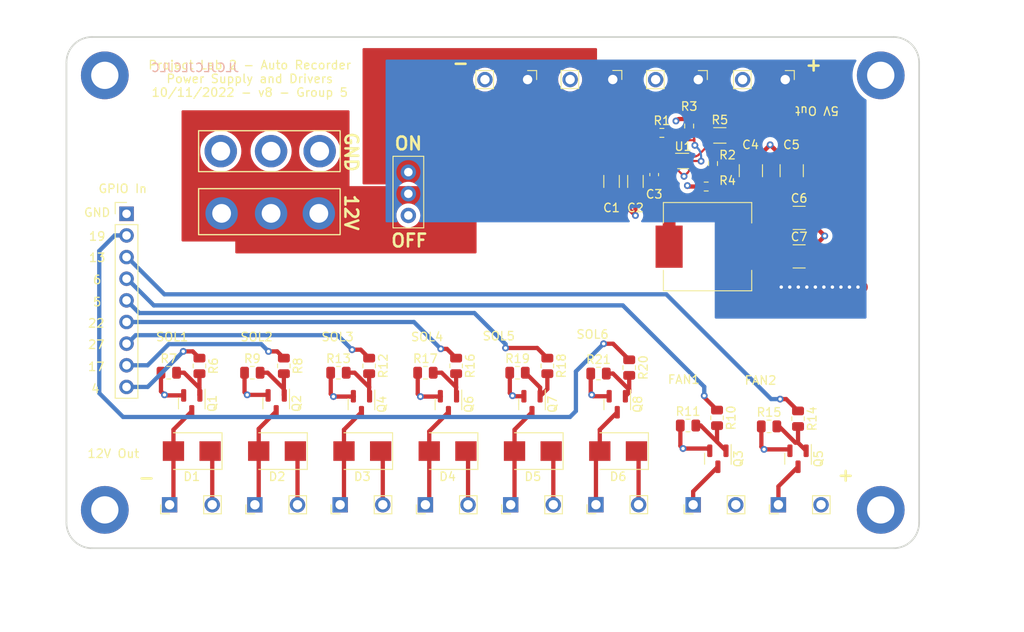
<source format=kicad_pcb>
(kicad_pcb (version 20211014) (generator pcbnew)
  (layers (0 "F.Cu" signal) (1 "In1.Cu" signal) (2 "In2.Cu" signal) (31 "B.Cu" signal) (34 "B.Paste" user) (35 "F.Paste" user) (36 "B.SilkS" user "B.Silkscreen") (37 "F.SilkS" user "F.Silkscreen") (38 "B.Mask" user) (39 "F.Mask" user) (44 "Edge.Cuts" user))
  (net 0 "")
  (net 1 "GND")
  (net 2 "+5V")
  (net 4 "/12IN")
  (net 5 "/SW")
  (net 6 "/EN")
  (net 7 "/FB")
  (net 8 "Net-(R2-Pad1)")
  (net 13 "GPIO4")
  (net 14 "GPIO17")
  (net 15 "GPIO27")
  (net 16 "GPIO22")
  (net 17 "GPIO5")
  (net 18 "GPIO6")
  (net 19 "Net-(Q1-Pad1)")
  (net 20 "Net-(Q2-Pad1)")
  (net 21 "Net-(Q3-Pad1)")
  (net 22 "Net-(Q4-Pad1)")
  (net 23 "Net-(Q5-Pad1)")
  (net 24 "Net-(Q6-Pad1)")
  (net 25 "Net-(Q7-Pad1)")
  (net 26 "GPIO13")
  (net 27 "+12V")
  (net 28 "Net-(D1-Pad2)")
  (net 29 "Net-(D2-Pad2)")
  (net 30 "Net-(D3-Pad2)")
  (net 31 "Net-(Q6-Pad3)")
  (net 32 "Net-(D5-Pad2)")
  (net 33 "Net-(J7-Pad1)")
  (net 34 "Net-(J9-Pad1)")
  (net 35 "Net-(D6-Pad2)")
  (net 36 "GPIO19")
  (net 37 "Net-(Q8-Pad1)")
  (footprint "Package_TO_SOT_SMD:SOT-23" (layer "F.Cu") (at 105 87.5 -90)
    (fp_text reference "Q2")
    (fp_text value "DMG2302U-7")
  )
  (footprint "Resistor_SMD:R_0603_1608Metric" (layer "F.Cu") (at 150.23 55.75)
    (fp_text reference "R1")
    (fp_text value "100k")
  )
  (footprint "MountingHole:MountingHole_3.2mm_M3_DIN965_Pad" (layer "F.Cu") (at 84.9 49)
    (fp_text reference "H9" hide)
    (fp_text value "MountingHole_Pad")
  )
  (footprint "Resistor_SMD:R_0805_2012Metric" (layer "F.Cu") (at 112.3 83.9)
    (fp_text reference "R13")
    (fp_text value "10k")
  )
  (footprint "MountingHole:MountingHole_2.2mm_M2_DIN965_Pad" (layer "F.Cu") (at 110.1 57.9 180)
    (fp_text reference "H5" hide)
    (fp_text value "GND")
  )
  (footprint "Capacitor_SMD:C_1210_3225Metric" (layer "F.Cu") (at 165.46 60.19 90)
    (fp_text reference "C5")
    (fp_text value "22u")
  )
  (footprint "Diode_SMD:D_SMB" (layer "F.Cu") (at 125.1 93.1 180)
    (fp_text reference "D4")
    (fp_text value "B220-13-F")
  )
  (footprint "my_foot:PinHeader_1x02_P5.00mm" (layer "F.Cu") (at 122.5 99.4 90)
    (fp_text reference "J10" hide)
    (fp_text value "SOL4")
  )
  (footprint "Package_TO_SOT_SMD:SOT-23" (layer "F.Cu") (at 145 87.6 -90)
    (fp_text reference "Q8")
    (fp_text value "DMG2302U-7")
  )
  (footprint "my_foot:PinHeader_1x02_P5.00mm" (layer "F.Cu") (at 154.5 49.5 -90)
    (fp_text reference "J3" hide)
    (fp_text value "SERVO1")
  )
  (footprint "Package_TO_SOT_SMD:SOT-23" (layer "F.Cu") (at 125.2 87.6 -90)
    (fp_text reference "Q6")
    (fp_text value "DMG2302U-7")
  )
  (footprint "Resistor_SMD:R_0603_1608Metric" (layer "F.Cu") (at 153.43 54.95 -90)
    (fp_text reference "R3")
    (fp_text value "11k")
  )
  (footprint "my_foot:PinHeader_1x02_P5.00mm" (layer "F.Cu") (at 153.9 99.4 90)
    (fp_text reference "J7" hide)
    (fp_text value "FAN1")
  )
  (footprint "my_foot:PinHeader_1x02_P5.00mm" (layer "F.Cu") (at 92.5 99.4 90)
    (fp_text reference "J1" hide)
    (fp_text value "SOL1")
  )
  (footprint "Resistor_SMD:R_0603_1608Metric" (layer "F.Cu") (at 156.23 59.35 90)
    (fp_text reference "R2")
    (fp_text value "15k")
  )
  (footprint "Resistor_SMD:R_0805_2012Metric" (layer "F.Cu") (at 102.2 83.9)
    (fp_text reference "R9")
    (fp_text value "10k")
  )
  (footprint "Capacitor_SMD:C_1206_3216Metric" (layer "F.Cu") (at 147.13 61.45 -90)
    (fp_text reference "C2")
    (fp_text value "10u")
  )
  (footprint "Resistor_SMD:R_0805_2012Metric" (layer "F.Cu") (at 146.4 83.3 -90)
    (fp_text reference "R20")
    (fp_text value "1k")
  )
  (footprint "Resistor_SMD:R_0805_2012Metric" (layer "F.Cu") (at 162.8 90.2)
    (fp_text reference "R15")
    (fp_text value "10k")
  )
  (footprint "Resistor_SMD:R_0805_2012Metric" (layer "F.Cu") (at 115.9 83.1 -90)
    (fp_text reference "R12")
    (fp_text value "1k")
  )
  (footprint "Resistor_SMD:R_0805_2012Metric" (layer "F.Cu") (at 105.9 83.1 -90)
    (fp_text reference "R8")
    (fp_text value "1k")
  )
  (footprint "Diode_SMD:D_SMB" (layer "F.Cu") (at 95.1 93.1 180)
    (fp_text reference "D1")
    (fp_text value "B220-13-F")
  )
  (footprint "MountingHole:MountingHole_2.2mm_M2_DIN965_Pad" (layer "F.Cu") (at 104.4 57.9 180)
    (fp_text reference "H6" hide)
    (fp_text value "GND")
  )
  (footprint "MountingHole:MountingHole_3.2mm_M3_DIN965_Pad" (layer "F.Cu") (at 175.9 100)
    (fp_text reference "H10" hide)
    (fp_text value "MountingHole_Pad")
  )
  (footprint "my_foot:PinHeader_1x02_P5.00mm" (layer "F.Cu") (at 164.7 49.5 -90)
    (fp_text reference "J4" hide)
    (fp_text value "SERVO2")
  )
  (footprint "Capacitor_SMD:C_1210_3225Metric" (layer "F.Cu") (at 160.67 60.19 90)
    (fp_text reference "C4")
    (fp_text value "22u")
  )
  (footprint "Diode_SMD:D_SMB" (layer "F.Cu") (at 105.1 93.1 180)
    (fp_text reference "D2")
    (fp_text value "B220-13-F")
  )
  (footprint "Package_TO_SOT_SMD:SOT-23" (layer "F.Cu") (at 166.2 94 -90)
    (fp_text reference "Q5")
    (fp_text value "DMG2302U-7")
  )
  (footprint "Diode_SMD:D_SMB" (layer "F.Cu") (at 115.1 93.1 180)
    (fp_text reference "D3")
    (fp_text value "B220-13-F")
  )
  (footprint "Resistor_SMD:R_0805_2012Metric" (layer "F.Cu") (at 133.3 83.9)
    (fp_text reference "R19")
    (fp_text value "10k")
  )
  (footprint "MountingHole:MountingHole_2.2mm_M2_DIN965_Pad" (layer "F.Cu") (at 98.6 65.2 180)
    (fp_text reference "H2" hide)
    (fp_text value "12V")
  )
  (footprint "Capacitor_SMD:C_0603_1608Metric" (layer "F.Cu") (at 149.33 60.65 -90)
    (fp_text reference "C3")
    (fp_text value "100n")
  )
  (footprint "my_foot:PinHeader_1x02_P5.00mm" (layer "F.Cu") (at 102.5 99.4 90)
    (fp_text reference "J6" hide)
    (fp_text value "SOL2")
  )
  (footprint "my_foot:PinHeader_1x02_P5.00mm" (layer "F.Cu") (at 163.9 99.4 90)
    (fp_text reference "J9" hide)
    (fp_text value "FAN2")
  )
  (footprint "Resistor_SMD:R_0805_2012Metric" (layer "F.Cu") (at 142.8 84)
    (fp_text reference "R21")
    (fp_text value "10k")
  )
  (footprint "my_foot:PinHeader_1x02_P5.00mm" (layer "F.Cu") (at 142.5 99.39 90)
    (fp_text reference "J13" hide)
    (fp_text value "SOL5")
  )
  (footprint "Resistor_SMD:R_0805_2012Metric" (layer "F.Cu") (at 126.1 83.1 -90)
    (fp_text reference "R16")
    (fp_text value "1k")
  )
  (footprint "Resistor_SMD:R_0805_2012Metric" (layer "F.Cu") (at 136.8 83.1 -90)
    (fp_text reference "R18")
    (fp_text value "1k")
  )
  (footprint "my_foot:PinHeader_1x02_P5.00mm" (layer "F.Cu") (at 132.5 99.4 90)
    (fp_text reference "J11" hide)
    (fp_text value "SOL5")
  )
  (footprint "MountingHole:MountingHole_2.2mm_M2_DIN965_Pad" (layer "F.Cu") (at 110 65.2 180)
    (fp_text reference "H3" hide)
    (fp_text value "12V")
  )
  (footprint "Resistor_SMD:R_0805_2012Metric" (layer "F.Cu") (at 156.7 89.2 -90)
    (fp_text reference "R10")
    (fp_text value "1k")
  )
  (footprint "Package_TO_SOT_SMD:SOT-23" (layer "F.Cu") (at 115 87.6 -90)
    (fp_text reference "Q4")
    (fp_text value "DMG2302U-7")
  )
  (footprint "Connector_PinHeader_2.54mm:PinHeader_1x09_P2.54mm_Vertical" (layer "F.Cu") (at 87.45 65.25)
    (fp_text reference "J5" hide)
    (fp_text value "RPI Input")
  )
  (footprint "Resistor_SMD:R_0805_2012Metric" (layer "F.Cu") (at 153.3 90.1)
    (fp_text reference "R11")
    (fp_text value "10k")
  )
  (footprint "Package_TO_SOT_SMD:SOT-23" (layer "F.Cu") (at 156.8 94 -90)
    (fp_text reference "Q3")
    (fp_text value "DMG2302U-7")
  )
  (footprint "Diode_SMD:D_SMB" (layer "F.Cu") (at 135.1 93.1 180)
    (fp_text reference "D5")
    (fp_text value "B220-13-F")
  )
  (footprint "MountingHole:MountingHole_3.2mm_M3_DIN965_Pad" (layer "F.Cu") (at 84.9 100)
    (fp_text reference "H8" hide)
    (fp_text value "MountingHole_Pad")
  )
  (footprint "Resistor_SMD:R_0805_2012Metric" (layer "F.Cu") (at 122.5 83.9)
    (fp_text reference "R17")
    (fp_text value "10k")
  )
  (footprint "MountingHole:MountingHole_2.2mm_M2_DIN965_Pad" (layer "F.Cu") (at 104.4 65.2 180)
    (fp_text reference "H1" hide)
    (fp_text value "12V")
  )
  (footprint "Resistor_SMD:R_0805_2012Metric" (layer "F.Cu") (at 92.4 83.9)
    (fp_text reference "R7")
    (fp_text value "10k")
  )
  (footprint "my_foot:remote switch" (layer "F.Cu") (at 120.5 62.9 90)
    (fp_text reference "SW1" hide)
    (fp_text value "SW_SPDT")
  )
  (footprint "MountingHole:MountingHole_3.2mm_M3_DIN965_Pad" (layer "F.Cu") (at 175.9 49)
    (fp_text reference "H7" hide)
    (fp_text value "MountingHole_Pad")
  )
  (footprint "Capacitor_SMD:C_1206_3216Metric" (layer "F.Cu") (at 144.33 61.45 -90)
    (fp_text reference "C1")
    (fp_text value "10u")
  )
  (footprint "Resistor_SMD:R_0805_2012Metric" (layer "F.Cu") (at 166.2 89.3 -90)
    (fp_text reference "R14")
    (fp_text value "1k")
  )
  (footprint "Package_TO_SOT_SMD:SOT-563" (layer "F.Cu") (at 152.73 59.05)
    (fp_text reference "U1")
    (fp_text value "TPS566247DRLR")
  )
  (footprint "Capacitor_SMD:C_1210_3225Metric" (layer "F.Cu") (at 166.33 65.73)
    (fp_text reference "C6")
    (fp_text value "22u")
  )
  (footprint "Resistor_SMD:R_1206_3216Metric" (layer "F.Cu") (at 157.03 56.05)
    (fp_text reference "R5")
    (fp_text value "220k")
  )
  (footprint "MountingHole:MountingHole_2.2mm_M2_DIN965_Pad" (layer "F.Cu") (at 98.5 57.9 180)
    (fp_text reference "H4" hide)
    (fp_text value "GND")
  )
  (footprint "Package_TO_SOT_SMD:SOT-23" (layer "F.Cu") (at 95.1 87.5 -90)
    (fp_text reference "Q1")
    (fp_text value "DMG2302U-7")
  )
  (footprint "Diode_SMD:D_SMB" (layer "F.Cu") (at 145.1 93.1 180)
    (fp_text reference "D6")
    (fp_text value "B220-13-F")
  )
  (footprint "my_foot:PinHeader_1x02_P5.00mm" (layer "F.Cu") (at 112.5 99.4 90)
    (fp_text reference "J8" hide)
    (fp_text value "SOL3")
  )
  (footprint "Resistor_SMD:R_0805_2012Metric" (layer "F.Cu") (at 96 83.1 -90)
    (fp_text reference "R6")
    (fp_text value "1k")
  )
  (footprint "Inductor_SMD:L_Vishay_IHLP-4040" (layer "F.Cu") (at 155.5875 69.1075)
    (fp_text reference "LIHLP4040DZER2R2M1" hide)
    (fp_text value "2u2")
  )
  (footprint "Capacitor_SMD:C_1210_3225Metric" (layer "F.Cu") (at 166.33 70.25)
    (fp_text reference "C7")
    (fp_text value "22u")
  )
  (footprint "my_foot:PinHeader_1x02_P5.00mm" (layer "F.Cu") (at 144.4725 49.4875 -90)
    (fp_text reference "J2" hide)
    (fp_text value "RPI")
  )
  (footprint "my_foot:PinHeader_1x02_P5.00mm" (layer "F.Cu") (at 134.4825 49.4975 -90)
    (fp_text reference "J12" hide)
    (fp_text value "SERVO3")
  )
  (footprint "Package_TO_SOT_SMD:SOT-23" (layer "F.Cu") (at 135 87.6 -90)
    (fp_text reference "Q7")
    (fp_text value "DMG2302U-7")
  )
  (footprint "Resistor_SMD:R_0603_1608Metric" (layer "F.Cu") (at 155.43 62.05)
    (fp_text reference "R4")
    (fp_text value "15k")
  )
  (gr_rect (start 112.5 55.5) (end 95.9 60.3) (layer "F.SilkS") (width 0.15) (fill none))
  (gr_rect (start 112.5 62.3) (end 95.9 67.7) (layer "F.SilkS") (width 0.15) (fill none))
  (gr_arc (start 83.4 104.5) (mid 81.27868 103.62132) (end 80.4 101.5) (layer "Edge.Cuts") (width 0.2))
  (gr_arc (start 80.4 47.5) (mid 81.27868 45.37868) (end 83.4 44.5) (layer "Edge.Cuts") (width 0.2))
  (gr_arc (start 177.4 44.5) (mid 179.52132 45.37868) (end 180.4 47.5) (layer "Edge.Cuts") (width 0.2))
  (gr_line (start 80.4 101.5) (end 80.4 47.5) (layer "Edge.Cuts") (width 0.2))
  (gr_arc (start 180.4 101.5) (mid 179.52132 103.62132) (end 177.4 104.5) (layer "Edge.Cuts") (width 0.2))
  (gr_line (start 177.4 104.5) (end 83.4 104.5) (layer "Edge.Cuts") (width 0.2))
  (gr_line (start 180.4 47.5) (end 180.4 101.5) (layer "Edge.Cuts") (width 0.2))
  (gr_line (start 83.4 44.5) (end 177.4 44.5) (layer "Edge.Cuts") (width 0.2))
  (gr_text "JLCJLCJLCJLC" (at 95.5 48.1) (layer "B.SilkS") (effects (font (size 1 1)) (justify mirror)))
  (gr_text "Project Lab 2 - Auto Recorder\nPower Supply and Drivers\n10/11/2022 - v8 - Group 5" (at 101.9 49.4) (layer "F.SilkS") (effects (font (size 1 1))))
  (gr_text "5" (at 84 75.6) (layer "F.SilkS") (effects (font (size 1 1))))
  (gr_text "6" (at 84 73) (layer "F.SilkS") (effects (font (size 1 1))))
  (gr_text "ON" (at 120.5 57) (layer "F.SilkS") (effects (font (size 1.5 1.5) (thickness 0.3))))
  (gr_text "GND" (at 113.8 58 270) (layer "F.SilkS") (effects (font (size 1.5 1.5) (thickness 0.3))))
  (gr_text "22" (at 83.9 78.1) (layer "F.SilkS") (effects (font (size 1 1))))
  (gr_text "27" (at 83.9 80.6) (layer "F.SilkS") (effects (font (size 1 1))))
  (gr_text "+" (at 171.9 96 270) (layer "F.SilkS") (effects (font (size 1.5 1.5) (thickness 0.3))))
  (gr_text "OFF" (at 120.6 68.4) (layer "F.SilkS") (effects (font (size 1.5 1.5) (thickness 0.3))))
  (gr_text "+" (at 168.03 47.75) (layer "F.SilkS") (effects (font (size 1.5 1.5) (thickness 0.3))))
  (gr_text "SOL6" (at 142.1 79.4) (layer "F.SilkS") (effects (font (size 1 1))))
  (gr_text "GPIO In" (at 87 62.3) (layer "F.SilkS") (effects (font (size 1 1))))
  (gr_text "FAN1" (at 152.8 84.7) (layer "F.SilkS") (effects (font (size 1 1))))
  (gr_text "-" (at 89.8 96.2) (layer "F.SilkS") (effects (font (size 1.5 1.5) (thickness 0.3))))
  (gr_text "5V Out" (at 168.43 53.15 180) (layer "F.SilkS") (effects (font (size 1 1))))
  (gr_text "19" (at 84 67.9) (layer "F.SilkS") (effects (font (size 1 1))))
  (gr_text "FAN2" (at 161.8 84.8) (layer "F.SilkS") (effects (font (size 1 1))))
  (gr_text "SOL4" (at 122.7 79.7) (layer "F.SilkS") (effects (font (size 1 1))))
  (gr_text "17" (at 83.9 83.2) (layer "F.SilkS") (effects (font (size 1 1))))
  (gr_text "SOL1" (at 92.8 79.7) (layer "F.SilkS") (effects (font (size 1 1))))
  (gr_text "SOL3" (at 112.2 79.7) (layer "F.SilkS") (effects (font (size 1 1))))
  (gr_text "-" (at 126.63 47.75 180) (layer "F.SilkS") (effects (font (size 1.5 1.5) (thickness 0.3))))
  (gr_text "SOL2" (at 102.7 79.7) (layer "F.SilkS") (effects (font (size 1 1))))
  (gr_text "12V Out" (at 85.9 93.4) (layer "F.SilkS") (effects (font (size 1 1))))
  (gr_text "GND" (at 84 65.1) (layer "F.SilkS") (effects (font (size 1 1))))
  (gr_text "4" (at 83.8 85.8) (layer "F.SilkS") (effects (font (size 1 1))))
  (gr_text "SOL5" (at 131.1 79.6) (layer "F.SilkS") (effects (font (size 1 1))))
  (gr_text "12V" (at 113.8 65.1 270) (layer "F.SilkS") (effects (font (size 1.5 1.5) (thickness 0.3))))
  (gr_text "13" (at 84 70.4) (layer "F.SilkS") (effects (font (size 1 1))))
  (segment (start 152.28117 54.125) (end 153.43 54.125) (width 0.5) (layer "F.Cu") (net 1))
  (segment (start 153.22 61.94) (end 153.275 61.995) (width 0.5) (layer "F.Cu") (net 1))
  (segment (start 91.9625 86.5625) (end 91.9 86.5) (width 0.5) (layer "F.Cu") (net 1))
  (segment (start 144.4675 62.925) (end 144.33 62.925) (width 0.5) (layer "F.Cu") (net 1))
  (segment (start 155.5875 92.8) (end 155.85 93.0625) (width 0.5) (layer "F.Cu") (net 1))
  (segment (start 153.407781 62.05) (end 154.605 62.05) (width 0.5) (layer "F.Cu") (net 1))
  (segment (start 91.4875 83.9) (end 91.4875 86.0875) (width 0.5) (layer "F.Cu") (net 1))
  (segment (start 151.9975 54.2425) (end 151.88 54.36) (width 0.5) (layer "F.Cu") (net 1))
  (segment (start 147.39875 63.55625) (end 147.48625 63.46875) (width 0.5) (layer "F.Cu") (net 1))
  (segment (start 167.805 66.0275) (end 167.805 65.73) (width 0.5) (layer "F.Cu") (net 1))
  (segment (start 151.98 59.775) (end 151.98 59.55) (width 0.25) (layer "F.Cu") (net 1))
  (segment (start 111.7125 86.7) (end 111.4 86.3875) (width 0.5) (layer "F.Cu") (net 1))
  (segment (start 168.015364 66.535364) (end 169.33 67.85) (width 0.5) (layer "F.Cu") (net 1))
  (segment (start 152.4 92.4875) (end 152.4 90.2) (width 0.5) (layer "F.Cu") (net 1))
  (segment (start 165.0875 92.9) (end 165.25 93.0625) (width 0.5) (layer "F.Cu") (net 1))
  (segment (start 101.6 86.5) (end 101.2875 86.1875) (width 0.5) (layer "F.Cu") (net 1))
  (segment (start 103.9875 86.5) (end 104.05 86.5625) (width 0.5) (layer "F.Cu") (net 1))
  (segment (start 162.2125 92.9) (end 161.9 92.5875) (width 0.5) (layer "F.Cu") (net 1))
  (segment (start 153.25019 60.429809) (end 152.83 60.85) (width 0.25) (layer "F.Cu") (net 1))
  (segment (start 101.6 86.5) (end 103.9875 86.5) (width 0.5) (layer "F.Cu") (net 1))
  (segment (start 152.7125 92.8) (end 155.5875 92.8) (width 0.5) (layer "F.Cu") (net 1))
  (segment (start 101.2875 86.1875) (end 101.2875 83.9) (width 0.5) (layer "F.Cu") (net 1))
  (segment (start 147.84875 63.10625) (end 147.48625 63.46875) (width 0.5) (layer "F.Cu") (net 1))
  (segment (start 164.15382 58.37382) (end 162.93 57.15) (width 0.5) (layer "F.Cu") (net 1))
  (segment (start 141.8875 84) (end 141.8875 86.3875) (width 0.5) (layer "F.Cu") (net 1))
  (segment (start 141.8875 86.3875) (end 142 86.5) (width 0.5) (layer "F.Cu") (net 1))
  (segment (start 162.2125 92.9) (end 165.0875 92.9) (width 0.5) (layer "F.Cu") (net 1))
  (segment (start 121.9125 86.7) (end 124.3 86.7) (width 0.5) (layer "F.Cu") (net 1))
  (segment (start 132.4 86.2875) (end 132.4 84) (width 0.5) (layer "F.Cu") (net 1))
  (segment (start 164.9775 58.715) (end 165.46 58.715) (width 0.5) (layer "F.Cu") (net 1))
  (segment (start 142.1625 86.6625) (end 142 86.5) (width 0.5) (layer "F.Cu") (net 1))
  (segment (start 111.4 86.3875) (end 111.4 84.1) (width 0.5) (layer "F.Cu") (net 1))
  (segment (start 111.7125 86.7) (end 114.1 86.7) (width 0.5) (layer "F.Cu") (net 1))
  (segment (start 167.805 69.8125) (end 167.805 70.25) (width 0.5) (layer "F.Cu") (net 1))
  (segment (start 94.15 86.5625) (end 91.9625 86.5625) (width 0.5) (layer "F.Cu") (net 1))
  (segment (start 152.139099 60.159099) (end 152.83 60.85) (width 0.25) (layer "F.Cu") (net 1))
  (segment (start 147.366871 62.986871) (end 147.48625 63.10625) (width 0.5) (layer "F.Cu") (net 1))
  (segment (start 147.13 65.45) (end 147.13 64.205069) (width 0.5) (layer "F.Cu") (net 1))
  (segment (start 147.2175 62.925) (end 147.13 62.925) (width 0.5) (layer "F.Cu") (net 1))
  (segment (start 132.7125 86.6) (end 132.4 86.2875) (width 0.5) (layer "F.Cu") (net 1))
  (segment (start 132.775 86.6625) (end 132.7125 86.6) (width 0.5) (layer "F.Cu") (net 1))
  (segment (start 147.84875 63.10625) (end 149.53 61.425) (width 0.5) (layer "F.Cu") (net 1))
  (segment (start 134.05 86.6625) (end 132.775 86.6625) (width 0.5) (layer "F.Cu") (net 1))
  (segment (start 147.13 65.45) (end 144.702227 63.022227) (width 0.5) (layer "F.Cu") (net 1))
  (segment (start 121.9125 86.7) (end 121.6 86.3875) (width 0.5) (layer "F.Cu") (net 1))
  (segment (start 161.9 92.5875) (end 161.9 90.3) (width 0.5) (layer "F.Cu") (net 1))
  (segment (start 91.4875 86.0875) (end 91.9 86.5) (width 0.5) (layer "F.Cu") (net 1))
  (segment (start 153.48 59.875) (end 153.48 59.55) (width 0.25) (layer "F.Cu") (net 1))
  (segment (start 144.05 86.6625) (end 142.1625 86.6625) (width 0.5) (layer "F.Cu") (net 1))
  (segment (start 161.0175 58.715) (end 160.67 58.715) (width 0.5) (layer "F.Cu") (net 1))
  (segment (start 121.6 86.3875) (end 121.6 84.1) (width 0.5) (layer "F.Cu") (net 1))
  (segment (start 168.114359 69.06564) (end 169.33 67.85) (width 0.5) (layer "F.Cu") (net 1))
  (segment (start 152.7125 92.8) (end 152.4 92.4875) (width 0.5) (layer "F.Cu") (net 1))
  (segment (start 161.610719 58.46928) (end 162.93 57.15) (width 0.5) (layer "F.Cu") (net 1))
  (via (at 151.88 54.36) (size 0.8) (drill 0.4) (layers "F.Cu" "B.Cu") (net 1))
  (via (at 121.9125 86.7) (size 0.8) (drill 0.4) (layers "F.Cu" "B.Cu") (net 1))
  (via (at 101.6 86.5) (size 0.8) (drill 0.4) (layers "F.Cu" "B.Cu") (net 1))
  (via (at 153.22 61.94) (size 0.8) (drill 0.4) (layers "F.Cu" "B.Cu") (net 1))
  (via (at 152.83 60.85) (size 0.8) (drill 0.4) (layers "F.Cu" "B.Cu") (net 1))
  (via (at 91.9 86.5) (size 0.8) (drill 0.4) (layers "F.Cu" "B.Cu") (net 1))
  (via (at 111.7125 86.7) (size 0.8) (drill 0.4) (layers "F.Cu" "B.Cu") (net 1))
  (via (at 142 86.5) (size 0.8) (drill 0.4) (layers "F.Cu" "B.Cu") (net 1))
  (via (at 132.7125 86.6) (size 0.8) (drill 0.4) (layers "F.Cu" "B.Cu") (net 1))
  (via (at 147.13 65.45) (size 0.8) (drill 0.4) (layers "F.Cu" "B.Cu") (net 1))
  (via (at 152.7125 92.8) (size 0.8) (drill 0.4) (layers "F.Cu" "B.Cu") (net 1))
  (via (at 162.2125 92.9) (size 0.8) (drill 0.4) (layers "F.Cu" "B.Cu") (net 1))
  (via (at 162.93 57.15) (size 0.8) (drill 0.4) (layers "F.Cu" "B.Cu") (net 1))
  (via (at 169.33 67.85) (size 0.8) (drill 0.4) (layers "F.Cu" "B.Cu") (net 1))
  (arc (start 151.98 59.775) (mid 152.021348 59.982872) (end 152.139099 60.159099) (width 0.25) (layer "F.Cu") (net 1))
  (arc (start 147.48625 63.46875) (mid 147.561326 63.2875) (end 147.48625 63.10625) (width 0.5) (layer "F.Cu") (net 1))
  (arc (start 153.275 61.995) (mid 153.33592 62.035705) (end 153.407781 62.05) (width 0.5) (layer "F.Cu") (net 1))
  (arc (start 161.610719 58.46928) (mid 161.338547 58.651139) (end 161.0175 58.715) (width 0.5) (layer "F.Cu") (net 1))
  (arc (start 164.15382 58.37382) (mid 164.531727 58.62633) (end 164.9775 58.715) (width 0.5) (layer "F.Cu") (net 1))
  (arc (start 147.39875 63.55625) (mid 147.199845 63.85393) (end 147.13 64.205069) (width 0.5) (layer "F.Cu") (net 1))
  (arc (start 144.702227 63.022227) (mid 144.594533 62.950268) (end 144.4675 62.925) (width 0.5) (layer "F.Cu") (net 1))
  (arc (start 168.114359 69.06564) (mid 167.885399 69.408302) (end 167.805 69.8125) (width 0.5) (layer "F.Cu") (net 1))
  (arc (start 152.28117 54.125) (mid 152.127648 54.155537) (end 151.9975 54.2425) (width 0.5) (layer "F.Cu") (net 1))
  (arc (start 167.805 66.0275) (mid 167.859671 66.302354) (end 168.015364 66.535364) (width 0.5) (layer "F.Cu") (net 1))
  (arc (start 153.48 59.875) (mid 153.420274 60.17526) (end 153.25019 60.429809) (width 0.25) (layer "F.Cu") (net 1))
  (arc (start 147.48625 63.10625) (mid 147.6675 63.181326) (end 147.84875 63.10625) (width 0.5) (layer "F.Cu") (net 1))
  (arc (start 147.366871 62.986871) (mid 147.298339 62.941079) (end 147.2175 62.925) (width 0.5) (layer "F.Cu") (net 1))
  (segment (start 162.93 66.95) (end 162.93 68.85) (width 1.5) (layer "F.Cu") (net 2))
  (segment (start 158.798198 62.9) (end 161.62038 62.9) (width 0.25) (layer "F.Cu") (net 2))
  (segment (start 168.63 73.85) (end 171.53 73.85) (width 1.5) (layer "F.Cu") (net 2))
  (segment (start 164.815 61.665) (end 162.93 63.55) (width 1.5) (layer "F.Cu") (net 2))
  (segment (start 164.855 70.25) (end 163.13 70.25) (width 1.5) (layer "F.Cu") (net 2))
  (segment (start 164.855 65.73) (end 164.15 65.73) (width 1.5) (layer "F.Cu") (net 2))
  (segment (start 161.9875 69.1075) (end 163.13 70.25) (width 1.5) (layer "F.Cu") (net 2))
  (segment (start 163.13 71.95) (end 163.13 70.25) (width 1.5) (layer "F.Cu") (net 2))
  (segment (start 163.13 71.95) (end 163.13 72.75) (width 1.5) (layer "F.Cu") (net 2))
  (segment (start 164.23 73.85) (end 165.23 73.85) (width 1.5) (layer "F.Cu") (net 2))
  (segment (start 162.93 68.85) (end 162.33 69.45) (width 1.5) (layer "F.Cu") (net 2))
  (segment (start 167.33 73.85) (end 168.43 73.85) (width 1.5) (layer "F.Cu") (net 2))
  (segment (start 163.13 72.75) (end 164.23 73.85) (width 1.5) (layer "F.Cu") (net 2))
  (segment (start 162.93 63.55) (end 162.93 66.95) (width 1.5) (layer "F.Cu") (net 2))
  (segment (start 171.23 73.85) (end 173.63 73.85) (width 1.5) (layer "F.Cu") (net 2))
  (segment (start 163.13 70.25) (end 162.33 69.45) (width 1.5) (layer "F.Cu") (net 2))
  (segment (start 168.43 73.85) (end 168.63 73.85) (width 1.5) (layer "F.Cu") (net 2))
  (segment (start 165.23 73.85) (end 166.33 73.85) (width 1.5) (layer "F.Cu") (net 2))
  (segment (start 164.15 65.73) (end 162.93 66.95) (width 1.5) (layer "F.Cu") (net 2))
  (segment (start 166.33 73.85) (end 167.33 73.85) (width 1.5) (layer "F.Cu") (net 2))
  (segment (start 161.045 61.665) (end 162.93 63.55) (width 1.5) (layer "F.Cu") (net 2))
  (segment (start 160.095 69.1075) (end 161.9875 69.1075) (width 1.5) (layer "F.Cu") (net 2))
  (segment (start 158.4925 57.152246) (end 158.4925 56.05) (width 0.25) (layer "F.Cu") (net 2))
  (segment (start 160.67 61.665) (end 161.045 61.665) (width 1.5) (layer "F.Cu") (net 2))
  (segment (start 165.46 61.665) (end 164.815 61.665) (width 1.5) (layer "F.Cu") (net 2))
  (segment (start 158.03 58.268819) (end 158.03 62.131801) (width 0.25) (layer "F.Cu") (net 2))
  (via (at 166.23 73.85) (size 0.8) (drill 0.4) (layers "F.Cu" "B.Cu") (net 2))
  (via (at 170.23 73.85) (size 0.8) (drill 0.4) (layers "F.Cu" "B.Cu") (net 2))
  (via (at 171.23 73.85) (size 0.8) (drill 0.4) (layers "F.Cu" "B.Cu") (net 2))
  (via (at 168.23 73.85) (size 0.8) (drill 0.4) (layers "F.Cu" "B.Cu") (net 2))
  (via (at 169.23 73.85) (size 0.8) (drill 0.4) (layers "F.Cu" "B.Cu") (net 2))
  (via (at 173.23 73.85) (size 0.8) (drill 0.4) (layers "F.Cu" "B.Cu") (net 2))
  (via (at 172.23 73.85) (size 0.8) (drill 0.4) (layers "F.Cu" "B.Cu") (net 2))
  (via (at 167.23 73.85) (size 0.8) (drill 0.4) (layers "F.Cu" "B.Cu") (net 2))
  (via (at 165.23 73.85) (size 0.8) (drill 0.4) (layers "F.Cu" "B.Cu") (net 2))
  (via (at 164.23 73.85) (size 0.8) (drill 0.4) (layers "F.Cu" "B.Cu") (net 2))
  (arc (start 161.62038 62.9) (mid 161.796269 62.782474) (end 161.755 62.575) (width 0.25) (layer "F.Cu") (net 2))
  (arc (start 158.26125 57.710533) (mid 158.090099 57.966676) (end 158.03 58.268819) (width 0.25) (layer "F.Cu") (net 2))
  (arc (start 158.255 62.675) (mid 158.504221 62.841524) (end 158.798198 62.9) (width 0.25) (layer "F.Cu") (net 2))
  (arc (start 158.4925 57.152246) (mid 158.4324 57.454388) (end 158.26125 57.710533) (width 0.25) (layer "F.Cu") (net 2))
  (arc (start 158.03 62.131801) (mid 158.088475 62.425778) (end 158.255 62.675) (width 0.25) (layer "F.Cu") (net 2))
  (segment (start 151.08 69.1075) (end 151.08 61.2) (width 1.5) (layer "F.Cu") (net 5))
  (segment (start 150.789312 59.65) (end 150.7875 59.648188) (width 1) (layer "F.Cu") (net 5))
  (segment (start 151.98 59.05) (end 151.13 59.05) (width 0.25) (layer "F.Cu") (net 5))
  (segment (start 151.13 59.05) (end 150.83 59.35) (width 0.25) (layer "F.Cu") (net 5))
  (segment (start 150.93 61.25) (end 150.93 61.15) (width 1) (layer "F.Cu") (net 5))
  (segment (start 151.13 61.45) (end 150.93 61.25) (width 1) (layer "F.Cu") (net 5))
  (segment (start 150.789312 61.05) (end 150.789312 59.65) (width 1) (layer "F.Cu") (net 5))
  (segment (start 150.93 61.15) (end 150.93 61.05) (width 1) (layer "F.Cu") (net 5))
  (segment (start 151.485 56.18) (end 151.055 55.75) (width 0.25) (layer "F.Cu") (net 6))
  (segment (start 153.96045 56.30545) (end 153.43 55.775) (width 0.25) (layer "F.Cu") (net 6))
  (segment (start 154.04 56.7225) (end 154.04 57.15) (width 0.25) (layer "F.Cu") (net 6))
  (segment (start 154.785872 59.05) (end 153.48 59.05) (width 0.25) (layer "F.Cu") (net 6))
  (segment (start 154.04 56.4975) (end 154.04 56.7225) (width 0.25) (layer "F.Cu") (net 6))
  (segment (start 154.816367 59.062631) (end 154.828999 59.075263) (width 0.25) (layer "F.Cu") (net 6))
  (segment (start 153.9275 56.61) (end 152.523111 56.61) (width 0.25) (layer "F.Cu") (net 6))
  (via (at 154.828999 59.075263) (size 0.8) (drill 0.4) (layers "F.Cu" "B.Cu") (net 6))
  (via (at 154.1 57.21) (size 0.8) (drill 0.4) (layers "F.Cu" "B.Cu") (net 6))
  (arc (start 153.96045 56.30545) (mid 154.019325 56.393563) (end 154.04 56.4975) (width 0.25) (layer "F.Cu") (net 6))
  (arc (start 153.9275 56.61) (mid 154.007049 56.577049) (end 154.04 56.4975) (width 0.25) (layer "F.Cu") (net 6))
  (arc (start 151.485 56.18) (mid 151.961289 56.498246) (end 152.523111 56.61) (width 0.25) (layer "F.Cu") (net 6))
  (arc (start 154.04 56.7225) (mid 154.007049 56.64295) (end 153.9275 56.61) (width 0.25) (layer "F.Cu") (net 6))
  (arc (start 154.816367 59.062631) (mid 154.802375 59.053282) (end 154.785872 59.05) (width 0.25) (layer "F.Cu") (net 6))
  (segment (start 154.828999 58.496905) (end 154.828999 59.075263) (width 0.25) (layer "B.Cu") (net 6))
  (segment (start 154.434499 57.544499) (end 154.04 57.15) (width 0.25) (layer "B.Cu") (net 6))
  (arc (start 154.434499 57.544499) (mid 154.726471 57.981466) (end 154.828999 58.496905) (width 0.25) (layer "B.Cu") (net 6))
  (segment (start 156.035545 57.780545) (end 155.89875 57.64375) (width 0.25) (layer "F.Cu") (net 7))
  (segment (start 153.905 58.55) (end 153.48 58.55) (width 0.25) (layer "F.Cu") (net 7))
  (segment (start 154.63052 58.249479) (end 155.23625 57.64375) (width 0.25) (layer "F.Cu") (net 7))
  (segment (start 156.23 58.25) (end 156.23 58.525) (width 0.25) (layer "F.Cu") (net 7))
  (segment (start 155.5675 56.844041) (end 155.5675 56.05) (width 0.25) (layer "F.Cu") (net 7))
  (arc (start 155.5675 56.844041) (mid 155.653589 57.27684) (end 155.89875 57.64375) (width 0.25) (layer "F.Cu") (net 7))
  (arc (start 156.035545 57.780545) (mid 156.179462 57.995932) (end 156.23 58.25) (width 0.25) (layer "F.Cu") (net 7))
  (arc (start 155.89875 57.64375) (mid 155.5675 57.506541) (end 155.23625 57.64375) (width 0.25) (layer "F.Cu") (net 7))
  (arc (start 154.63052 58.249479) (mid 154.297648 58.471897) (end 153.905 58.55) (width 0.25) (layer "F.Cu") (net 7))
  (arc (start 155.23625 57.64375) (mid 155.48141 57.27684) (end 155.5675 56.844041) (width 0.25) (layer "F.Cu") (net 7))
  (segment (start 156.2425 62.0375) (end 156.255 62.05) (width 0.5) (layer "F.Cu") (net 8))
  (segment (start 156.23 62.007322) (end 156.23 60.175) (width 0.5) (layer "F.Cu") (net 8))
  (arc (start 156.23 62.007322) (mid 156.233248 62.023654) (end 156.2425 62.0375) (width 0.5) (layer "F.Cu") (net 8))
  (segment (start 95.2125 81.4) (end 96 82.1875) (width 0.5) (layer "F.Cu") (net 13))
  (segment (start 94.1 81.4) (end 95.2125 81.4) (width 0.5) (layer "F.Cu") (net 13))
  (via (at 94.1 81.4) (size 0.8) (drill 0.4) (layers "F.Cu" "B.Cu") (net 13))
  (segment (start 89.93 85.57) (end 94.1 81.4) (width 0.5) (layer "B.Cu") (net 13))
  (segment (start 87.45 85.57) (end 89.93 85.57) (width 0.5) (layer "B.Cu") (net 13))
  (segment (start 105.1125 81.4) (end 105.9 82.1875) (width 0.5) (layer "F.Cu") (net 14))
  (segment (start 104.1 81.4) (end 105.1125 81.4) (width 0.5) (layer "F.Cu") (net 14))
  (via (at 104.1 81.4) (size 0.8) (drill 0.4) (layers "F.Cu" "B.Cu") (net 14))
  (segment (start 92.399511 80.550489) (end 103.250489 80.550489) (width 0.5) (layer "B.Cu") (net 14))
  (segment (start 89.92 83.03) (end 92.399511 80.550489) (width 0.5) (layer "B.Cu") (net 14))
  (segment (start 103.250489 80.550489) (end 104.1 81.4) (width 0.5) (layer "B.Cu") (net 14))
  (segment (start 87.45 83.03) (end 89.92 83.03) (width 0.5) (layer "B.Cu") (net 14))
  (segment (start 114.9125 81.2) (end 115.9 82.1875) (width 0.5) (layer "F.Cu") (net 15))
  (segment (start 113.9 81.2) (end 114.9125 81.2) (width 0.5) (layer "F.Cu") (net 15))
  (via (at 113.9 81.2) (size 0.8) (drill 0.4) (layers "F.Cu" "B.Cu") (net 15))
  (segment (start 87.525 80.495) (end 88.52 79.5) (width 0.5) (layer "B.Cu") (net 15))
  (segment (start 112.2 79.5) (end 113.9 81.2) (width 0.5) (layer "B.Cu") (net 15))
  (segment (start 88.52 79.5) (end 112.2 79.5) (width 0.5) (layer "B.Cu") (net 15))
  (segment (start 124.3 81.1) (end 125.0125 81.1) (width 0.5) (layer "F.Cu") (net 16))
  (segment (start 125.0125 81.1) (end 126.1 82.1875) (width 0.5) (layer "F.Cu") (net 16))
  (via (at 124.3 81.1) (size 0.8) (drill 0.4) (layers "F.Cu" "B.Cu") (net 16))
  (segment (start 87.45 77.95) (end 121.15 77.95) (width 0.5) (layer "B.Cu") (net 16))
  (segment (start 121.15 77.95) (end 124.3 81.1) (width 0.5) (layer "B.Cu") (net 16))
  (segment (start 135.6125 81) (end 136.8 82.1875) (width 0.5) (layer "F.Cu") (net 17))
  (segment (start 131.9 81) (end 135.6125 81) (width 0.5) (layer "F.Cu") (net 17))
  (via (at 131.9 81) (size 0.8) (drill 0.4) (layers "F.Cu" "B.Cu") (net 17))
  (segment (start 128.25 76.9) (end 131.9 80.55) (width 0.5) (layer "B.Cu") (net 17))
  (segment (start 88.94 76.9) (end 128.25 76.9) (width 0.5) (layer "B.Cu") (net 17))
  (segment (start 131.9 80.55) (end 131.9 81) (width 0.5) (layer "B.Cu") (net 17))
  (segment (start 87.45 75.41) (end 88.94 76.9) (width 0.5) (layer "B.Cu") (net 17))
  (segment (start 155.2 86.6) (end 155.2 86.7875) (width 0.5) (layer "F.Cu") (net 18))
  (segment (start 155.2 86.7875) (end 156.7 88.2875) (width 0.5) (layer "F.Cu") (net 18))
  (via (at 155.2 86.6) (size 0.8) (drill 0.4) (layers "F.Cu" "B.Cu") (net 18))
  (segment (start 87.525 72.875) (end 90.65 76) (width 0.5) (layer "B.Cu") (net 18))
  (segment (start 90.65 76) (end 145.65 76) (width 0.5) (layer "B.Cu") (net 18))
  (segment (start 155.2 85.55) (end 145.65 76) (width 0.5) (layer "B.Cu") (net 18))
  (segment (start 155.2 86.6) (end 155.2 85.55) (width 0.5) (layer "B.Cu") (net 18))
  (segment (start 94.2 83.9) (end 96 85.7) (width 0.5) (layer "F.Cu") (net 19))
  (segment (start 96 86.5125) (end 96.05 86.5625) (width 0.5) (layer "F.Cu") (net 19))
  (segment (start 93.3125 83.9) (end 94.2 83.9) (width 0.5) (layer "F.Cu") (net 19))
  (segment (start 96 85.7) (end 96 86.5125) (width 0.5) (layer "F.Cu") (net 19))
  (segment (start 96 84.0125) (end 96 85.7) (width 0.5) (layer "F.Cu") (net 19))
  (segment (start 103.1125 83.9) (end 104 83.9) (width 0.5) (layer "F.Cu") (net 20))
  (segment (start 105.9 86.5125) (end 105.95 86.5625) (width 0.5) (layer "F.Cu") (net 20))
  (segment (start 105.9 85.8) (end 105.9 86.5125) (width 0.5) (layer "F.Cu") (net 20))
  (segment (start 105.9 84.0125) (end 105.9 85.8) (width 0.5) (layer "F.Cu") (net 20))
  (segment (start 104 83.9) (end 105.9 85.8) (width 0.5) (layer "F.Cu") (net 20))
  (segment (start 156.7 90.1125) (end 156.7 92.0125) (width 0.5) (layer "F.Cu") (net 21))
  (segment (start 154.7875 90.1) (end 156.7 92.0125) (width 0.5) (layer "F.Cu") (net 21))
  (segment (start 156.7 92.0125) (end 157.75 93.0625) (width 0.5) (layer "F.Cu") (net 21))
  (segment (start 154.2125 90.1) (end 154.7875 90.1) (width 0.5) (layer "F.Cu") (net 21))
  (segment (start 113.2125 83.9) (end 114.2 83.9) (width 0.5) (layer "F.Cu") (net 22))
  (segment (start 115.9 84.0125) (end 115.9 85.6) (width 0.5) (layer "F.Cu") (net 22))
  (segment (start 115.9 85.6) (end 115.9 86.6125) (width 0.5) (layer "F.Cu") (net 22))
  (segment (start 115.9 86.6125) (end 115.95 86.6625) (width 0.5) (layer "F.Cu") (net 22))
  (segment (start 114.2 83.9) (end 115.9 85.6) (width 0.5) (layer "F.Cu") (net 22))
  (segment (start 166.2 90.2125) (end 166.2 92.1125) (width 0.5) (layer "F.Cu") (net 23))
  (segment (start 163.7125 90.2) (end 163.972849 90.2) (width 0.5) (layer "F.Cu") (net 23))
  (segment (start 166.2 92.1125) (end 167.15 93.0625) (width 0.5) (layer "F.Cu") (net 23))
  (segment (start 165.885349 92.1125) (end 166.2 92.1125) (width 0.5) (layer "F.Cu") (net 23))
  (segment (start 163.972849 90.2) (end 165.885349 92.1125) (width 0.5) (layer "F.Cu") (net 23))
  (segment (start 124.4 83.9) (end 126.1 85.6) (width 0.5) (layer "F.Cu") (net 24))
  (segment (start 126.1 84.0125) (end 126.1 85.6) (width 0.5) (layer "F.Cu") (net 24))
  (segment (start 126.1 85.6) (end 126.1 86.6125) (width 0.5) (layer "F.Cu") (net 24))
  (segment (start 126.1 86.6125) (end 126.15 86.6625) (width 0.5) (layer "F.Cu") (net 24))
  (segment (start 123.4125 83.9) (end 124.4 83.9) (width 0.5) (layer "F.Cu") (net 24))
  (segment (start 136.8 84.0125) (end 136.8 85.8125) (width 0.5) (layer "F.Cu") (net 25))
  (segment (start 135.95 86.6625) (end 135.95 85.6375) (width 0.5) (layer "F.Cu") (net 25))
  (segment (start 135.95 85.6375) (end 134.2125 83.9) (width 0.5) (layer "F.Cu") (net 25))
  (segment (start 136.8 85.8125) (end 135.95 86.6625) (width 0.5) (layer "F.Cu") (net 25))
  (segment (start 164.8125 87) (end 166.2 88.3875) (width 0.5) (layer "F.Cu") (net 26))
  (segment (start 164.1 87) (end 164.8125 87) (width 0.5) (layer "F.Cu") (net 26))
  (via (at 164.1 87) (size 0.8) (drill 0.4) (layers "F.Cu" "B.Cu") (net 26))
  (segment (start 163.05 87) (end 164.1 87) (width 0.5) (layer "B.Cu") (net 26))
  (segment (start 150.75 74.7) (end 163.05 87) (width 0.5) (layer "B.Cu") (net 26))
  (segment (start 87.525 70.335) (end 91.89 74.7) (width 0.5) (layer "B.Cu") (net 26))
  (segment (start 91.89 74.7) (end 150.75 74.7) (width 0.5) (layer "B.Cu") (net 26))
  (segment (start 149.032598 59.31) (end 148.9 59.31) (width 1) (layer "F.Cu") (net 27))
  (segment (start 147.112426 59.31) (end 147.68 59.31) (width 1) (layer "F.Cu") (net 27))
  (segment (start 147.027573 59.31) (end 147.112426 59.31) (width 1) (layer "F.Cu") (net 27))
  (segment (start 127.5 99.4) (end 127.5 93.35) (width 0.5) (layer "F.Cu") (net 27))
  (segment (start 145.87 59.31) (end 147.027573 59.31) (width 1) (layer "F.Cu") (net 27))
  (segment (start 144.49402 59.31) (end 145.285979 59.31) (width 1) (layer "F.Cu") (net 27))
  (segment (start 117.5 93.35) (end 117.25 93.1) (width 0.5) (layer "F.Cu") (net 27))
  (segment (start 145.49 59.31) (end 144.79 58.61) (width 1.5) (layer "F.Cu") (net 27))
  (segment (start 144.33 59.9225) (end 144.33 59.975) (width 1) (layer "F.Cu") (net 27))
  (segment (start 145.87 59.31) (end 145.49 59.31) (width 1) (layer "F.Cu") (net 27))
  (segment (start 133.89 58.61) (end 133.7 58.8) (width 1.5) (layer "F.Cu") (net 27))
  (segment (start 148.29 57.653424) (end 148.29 58.7) (width 0.25) (layer "F.Cu") (net 27))
  (segment (start 137.5 99.4) (end 137.5 93.35) (width 0.5) (layer "F.Cu") (net 27))
  (segment (start 107.5 99.4) (end 107.5 93.35) (width 0.5) (layer "F.Cu") (net 27))
  (segment (start 150.63 58.55) (end 150.43 58.55) (width 0.25) (layer "F.Cu") (net 27))
  (segment (start 145.285979 59.31) (end 145.87 59.31) (width 1) (layer "F.Cu") (net 27))
  (segment (start 144.79 58.61) (end 133.89 58.61) (width 1.5) (layer "F.Cu") (net 27))
  (segment (start 117.5 99.4) (end 117.5 93.35) (width 0.5) (layer "F.Cu") (net 27))
  (segment (start 149.53 59.875) (end 149.53 59.35) (width 0.5) (layer "F.Cu") (net 27))
  (segment (start 147.5 99.39) (end 147.5 93.35) (width 0.5) (layer "F.Cu") (net 27))
  (segment (start 144.367123 59.832876) (end 144.61 59.59) (width 1) (layer "F.Cu") (net 27))
  (segment (start 150.63 58.55) (end 151.98 58.55) (width 0.25) (layer "F.Cu") (net 27))
  (segment (start 97.5 93.35) (end 97.25 93.1) (width 0.5) (layer "F.Cu") (net 27))
  (segment (start 97.5 99.4) (end 97.5 93.35) (width 0.5) (layer "F.Cu") (net 27))
  (segment (start 149.949999 58.929999) (end 150.259289 58.62071) (width 1) (layer "F.Cu") (net 27))
  (segment (start 127.5 93.35) (end 127.25 93.1) (width 0.5) (layer "F.Cu") (net 27))
  (segment (start 148.9 59.31) (end 147.68 59.31) (width 1) (layer "F.Cu") (net 27))
  (segment (start 148.8475 56.3075) (end 149.405 55.75) (width 0.25) (layer "F.Cu") (net 27))
  (segment (start 147.13 59.412426) (end 147.13 59.975) (width 1) (layer "F.Cu") (net 27))
  (segment (start 147.5 93.35) (end 147.25 93.1) (width 0.5) (layer "F.Cu") (net 27))
  (segment (start 137.5 93.35) (end 137.25 93.1) (width 0.5) (layer "F.Cu") (net 27))
  (segment (start 107.5 93.35) (end 107.25 93.1) (width 0.5) (layer "F.Cu") (net 27))
  (arc (start 150.43 58.55) (mid 150.337611 58.568376) (end 150.259289 58.62071) (width 1) (layer "F.Cu") (net 27))
  (arc (start 147.1 59.34) (mid 147.06677 59.317796) (end 147.027573 59.31) (width 1) (layer "F.Cu") (net 27))
  (arc (start 147.68 59.31) (mid 148.111335 59.131335) (end 148.29 58.7) (width 1) (layer "F.Cu") (net 27))
  (arc (start 148.8475 56.3075) (mid 148.434889 56.925015) (end 148.29 57.653424) (width 0.25) (layer "F.Cu") (net 27))
  (arc (start 148.29 58.7) (mid 148.468664 59.131335) (end 148.9 59.31) (width 0.25) (layer "F.Cu") (net 27))
  (arc (start 144.367123 59.832876) (mid 144.339647 59.873996) (end 144.33 59.9225) (width 1) (layer "F.Cu") (net 27))
  (arc (start 149.949999 58.929999) (mid 149.529092 59.21124) (end 149.032598 59.31) (width 1) (layer "F.Cu") (net 27))
  (arc (start 147.112426 59.31) (mid 147.09619 59.320848) (end 147.1 59.34) (width 1) (layer "F.Cu") (net 27))
  (arc (start 144.61 59.59) (mid 144.645555 59.411252) (end 144.49402 59.31) (width 1) (layer "F.Cu") (net 27))
  (arc (start 145.285979 59.31) (mid 144.920141 59.382769) (end 144.61 59.59) (width 1) (layer "F.Cu") (net 27))
  (arc (start 147.1 59.34) (mid 147.122203 59.373229) (end 147.13 59.412426) (width 1) (layer "F.Cu") (net 27))
  (segment (start 92.95 90.5875) (end 92.95 93.1) (width 0.5) (layer "F.Cu") (net 28))
  (segment (start 92.95 98.95) (end 92.5 99.4) (width 0.5) (layer "F.Cu") (net 28))
  (segment (start 92.95 93.1) (end 92.95 98.95) (width 0.5) (layer "F.Cu") (net 28))
  (segment (start 95.1 88.4375) (end 92.95 90.5875) (width 0.5) (layer "F.Cu") (net 28))
  (segment (start 102.95 98.95) (end 102.5 99.4) (width 0.5) (layer "F.Cu") (net 29))
  (segment (start 105 88.4375) (end 102.95 90.4875) (width 0.5) (layer "F.Cu") (net 29))
  (segment (start 102.95 90.4875) (end 102.95 93.1) (width 0.5) (layer "F.Cu") (net 29))
  (segment (start 102.95 93.1) (end 102.95 98.95) (width 0.5) (layer "F.Cu") (net 29))
  (segment (start 112.95 98.95) (end 112.5 99.4) (width 0.5) (layer "F.Cu") (net 30))
  (segment (start 112.95 90.5875) (end 112.95 93.1) (width 0.5) (layer "F.Cu") (net 30))
  (segment (start 115 88.5375) (end 112.95 90.5875) (width 0.5) (layer "F.Cu") (net 30))
  (segment (start 112.95 93.1) (end 112.95 98.95) (width 0.5) (layer "F.Cu") (net 30))
  (segment (start 122.95 98.95) (end 122.5 99.4) (width 0.5) (layer "F.Cu") (net 31))
  (segment (start 122.95 90.7875) (end 122.95 93.1) (width 0.5) (layer "F.Cu") (net 31))
  (segment (start 122.95 93.1) (end 122.95 98.95) (width 0.5) (layer "F.Cu") (net 31))
  (segment (start 125.2 88.5375) (end 122.95 90.7875) (width 0.5) (layer "F.Cu") (net 31))
  (segment (start 132.95 98.95) (end 132.5 99.4) (width 0.5) (layer "F.Cu") (net 32))
  (segment (start 132.95 90.5875) (end 132.95 93.1) (width 0.5) (layer "F.Cu") (net 32))
  (segment (start 132.95 93.1) (end 132.95 98.95) (width 0.5) (layer "F.Cu") (net 32))
  (segment (start 135 88.5375) (end 132.95 90.5875) (width 0.5) (layer "F.Cu") (net 32))
  (segment (start 156.8 94.9375) (end 153.9 97.8375) (width 0.5) (layer "F.Cu") (net 33))
  (segment (start 153.9 97.8375) (end 153.9 99.4) (width 0.5) (layer "F.Cu") (net 33))
  (segment (start 163.9 97.2375) (end 163.9 99.4) (width 0.5) (layer "F.Cu") (net 34))
  (segment (start 166.2 94.9375) (end 163.9 97.2375) (width 0.5) (layer "F.Cu") (net 34))
  (segment (start 142.5 99.39) (end 142.5 93.55) (width 0.5) (layer "F.Cu") (net 35))
  (segment (start 142.95 90.5875) (end 142.95 93.1) (width 0.5) (layer "F.Cu") (net 35))
  (segment (start 142.5 93.55) (end 142.95 93.1) (width 0.5) (layer "F.Cu") (net 35))
  (segment (start 145 88.5375) (end 142.95 90.5875) (width 0.5) (layer "F.Cu") (net 35))
  (segment (start 143.4 80.5) (end 144.5125 80.5) (width 0.5) (layer "F.Cu") (net 36))
  (segment (start 144.5125 80.5) (end 146.4 82.3875) (width 0.5) (layer "F.Cu") (net 36))
  (via (at 143.4 80.5) (size 0.8) (drill 0.4) (layers "F.Cu" "B.Cu") (net 36))
  (segment (start 87.45 67.79) (end 86.06 67.79) (width 0.5) (layer "B.Cu") (net 36))
  (segment (start 140.15 83.75) (end 143.4 80.5) (width 0.5) (layer "B.Cu") (net 36))
  (segment (start 84.25 69.6) (end 84.25 86.3) (width 0.5) (layer "B.Cu") (net 36))
  (segment (start 84.25 86.3) (end 87.05 89.1) (width 0.5) (layer "B.Cu") (net 36))
  (segment (start 140.15 88.4) (end 140.15 83.75) (width 0.5) (layer "B.Cu") (net 36))
  (segment (start 86.06 67.79) (end 84.25 69.6) (width 0.5) (layer "B.Cu") (net 36))
  (segment (start 87.05 89.1) (end 139.45 89.1) (width 0.5) (layer "B.Cu") (net 36))
  (segment (start 139.45 89.1) (end 140.15 88.4) (width 0.5) (layer "B.Cu") (net 36))
  (segment (start 146.4 85.9) (end 146.4 86.2125) (width 0.5) (layer "F.Cu") (net 37))
  (segment (start 144.5 84) (end 146.4 85.9) (width 0.5) (layer "F.Cu") (net 37))
  (segment (start 146.4 84.2125) (end 146.4 85.9) (width 0.5) (layer "F.Cu") (net 37))
  (segment (start 146.4 86.2125) (end 145.95 86.6625) (width 0.5) (layer "F.Cu") (net 37))
  (segment (start 143.7125 84) (end 144.5 84) (width 0.5) (layer "F.Cu") (net 37))
  (zone (net 27) (net_name "+12V") (layer "F.Cu") (name "12V") (priority 1) (connect_pads yes (clearance 0.508)) (min_thickness 0.254) (fill yes (thermal_gap 0.508) (thermal_bridge_width 0.508))
    (polygon (pts (xy 142.6275 61.8) (xy 115.1275 61.8) (xy 115.1275 45.8) (xy 142.6275 45.8)))
  )
  (zone (net 4) (net_name "/12IN") (layer "F.Cu") (name "IN") (priority 1) (connect_pads yes (clearance 0.508)) (min_thickness 0.254) (fill yes (thermal_gap 0.508) (thermal_bridge_width 0.508))
    (polygon (pts (xy 128.5 69.9) (xy 100.2 69.9) (xy 100.2 62) (xy 128.5 62)))
  )
  (zone (net 4) (net_name "/12IN") (layer "F.Cu") (name "IN") (priority 1) (connect_pads yes (clearance 0.508)) (min_thickness 0.254) (fill yes (thermal_gap 0.508) (thermal_bridge_width 0.508))
    (polygon (pts (xy 113.6 68.5) (xy 93.9 68.5) (xy 93.9 53.1) (xy 113.6 53.1)))
  )
  (zone (net 2) (net_name "+5V") (layer "B.Cu") (name "5V") (priority 1) (connect_pads yes (clearance 0.508)) (min_thickness 0.254) (fill yes (thermal_gap 0.508) (thermal_bridge_width 0.508))
    (polygon (pts (xy 174.23 77.55) (xy 156.43 77.55) (xy 156.43 66.25) (xy 117.83 66.25) (xy 117.83 47.15) (xy 174.23 47.15)))
  )
)
</source>
